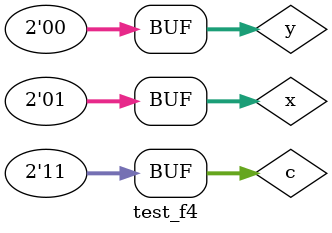
<source format=v>

 
	module f4 (output [1:0] s, input [1:0] a, input [1:0] b, input [1:0] chave);

		wire s_and1[1:0];
		wire s_and2[1:0];
		wire s_and3[1:0];
		wire s_and4[1:0];
		wire s_not1[1:0];
		wire s_not2[1:0];
		wire s_xnor1[1:0];
		wire s_xor1[1:0];
		wire s_nor1[1:0];
		wire s_or1[1:0];
		wire s_or2[1:0];
	
		and AND10(s_and1[0], chave[0], chave[1], s_xnor1[0]);
		and AND11(s_and1[1], chave[0], chave[1], s_xnor1[1]);
	 	and AND20(s_and2[0], chave[0], s_not2[0], s_xor1[0]);
	 	and AND21(s_and2[1], chave[0], s_not2[1], s_xor1[1]);
	 	and AND30(s_and3[0], s_not1[0], chave[1] , s_nor1[0]);
	 	and AND31(s_and3[1], s_not1[1], chave[1] , s_nor1[1]);
	 	and AND40(s_and4[0], s_not1[0], s_not2[0], s_or1[0]);
	 	and AND41(s_and4[1], s_not1[1], s_not2[1], s_or1[1]);
	 
	 	or OR10(s_or1[0], a[0], b[0]);
	 	or OR11(s_or1[1], a[1], b[1]);
	 	or OR20(s[0], s_and2[0], s_and3[0], s_and4[0], s_and5[0]);
	 	or OR21(s[1], s_and2[1], s_and3[1], s_and4[1], s_and5[1]);
		 
	 	xnor XNOR10(s_xnor1[0], a[0], b[0]);
	 	xnor XNOR20(s_xnor1[1], a[1], b[1]);
		
	 	xor XOR10(s_xor1[0], a[0], b[0]);
	 	xor XOR20(s_xor1[1], a[1], b[1]);
		 
	 	nor NOR10(s_nor1[0], a[0], b[0]);
		nor NOR20(s_nor1[1], a[1], b[1]);
	 
	 	not NOT10(s_not1[0], chave[0]);
	 	not NOT11(s_not1[1], chave[0]);
	 	not NOT20(s_not2[0], chave2[1]);
	 	not NOT21(s_not2[1], chave[0]);
        
	endmodule // f4
	
	module test_f4;
		// --Definir dados
	 	reg[1:0] x; 
	 	reg[1:0] y; 
		reg[1:0] c;
		wire[1:0] s; 
	 
	f4 modulo (s, x, y, c);
	
	// --Parte principal 
	initial begin 
		$display("Exemplo0034 - Roger Rubens Machado - 430533"); 
		$display("Test LU's module"); 
			
	   #1 x = 2'b00; y = 2'b00; c = 00;
		$monitor("Resultado Chave = %2b\n x = %2b \t y = %2b \t Resultado -> %2b\n", c, x, y, s);
		#1 x = 2'b01; y = 2'b10; c = 01;			
		#1 x = 2'b11; y = 2'b00; c = 00;
		#1 x = 2'b11; y = 2'b00; c = 10;		
		#1 x = 2'b10; y = 2'b10; c = 01;
		#1 x = 2'b10; y = 2'b10; c = 10;			 
		#1 x = 2'b01; y = 2'b00; c = 00;
		#1 x = 2'b01; y = 2'b00; c = 11;
	end
	endmodule // test_f4
</source>
